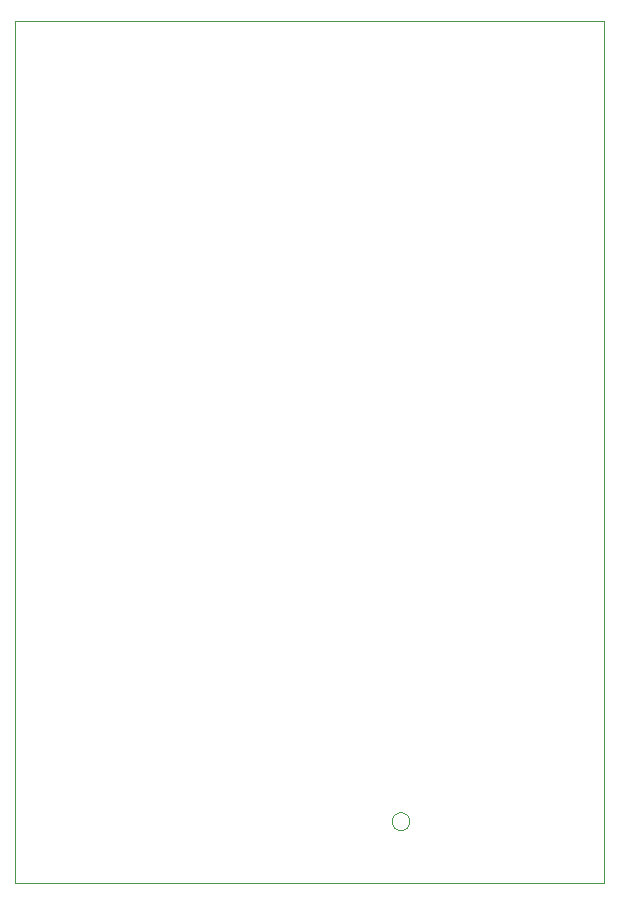
<source format=gm1>
G75*
%MOIN*%
%OFA0B0*%
%FSLAX24Y24*%
%IPPOS*%
%LPD*%
%AMOC8*
5,1,8,0,0,1.08239X$1,22.5*
%
%ADD10C,0.0000*%
D10*
X000633Y001964D02*
X000633Y030704D01*
X020279Y030704D01*
X020279Y001964D01*
X000633Y001964D01*
X013197Y004040D02*
X013199Y004074D01*
X013205Y004108D01*
X013215Y004141D01*
X013228Y004172D01*
X013246Y004202D01*
X013266Y004230D01*
X013290Y004255D01*
X013316Y004277D01*
X013344Y004295D01*
X013375Y004311D01*
X013407Y004323D01*
X013441Y004331D01*
X013475Y004335D01*
X013509Y004335D01*
X013543Y004331D01*
X013577Y004323D01*
X013609Y004311D01*
X013639Y004295D01*
X013668Y004277D01*
X013694Y004255D01*
X013718Y004230D01*
X013738Y004202D01*
X013756Y004172D01*
X013769Y004141D01*
X013779Y004108D01*
X013785Y004074D01*
X013787Y004040D01*
X013785Y004006D01*
X013779Y003972D01*
X013769Y003939D01*
X013756Y003908D01*
X013738Y003878D01*
X013718Y003850D01*
X013694Y003825D01*
X013668Y003803D01*
X013640Y003785D01*
X013609Y003769D01*
X013577Y003757D01*
X013543Y003749D01*
X013509Y003745D01*
X013475Y003745D01*
X013441Y003749D01*
X013407Y003757D01*
X013375Y003769D01*
X013344Y003785D01*
X013316Y003803D01*
X013290Y003825D01*
X013266Y003850D01*
X013246Y003878D01*
X013228Y003908D01*
X013215Y003939D01*
X013205Y003972D01*
X013199Y004006D01*
X013197Y004040D01*
M02*

</source>
